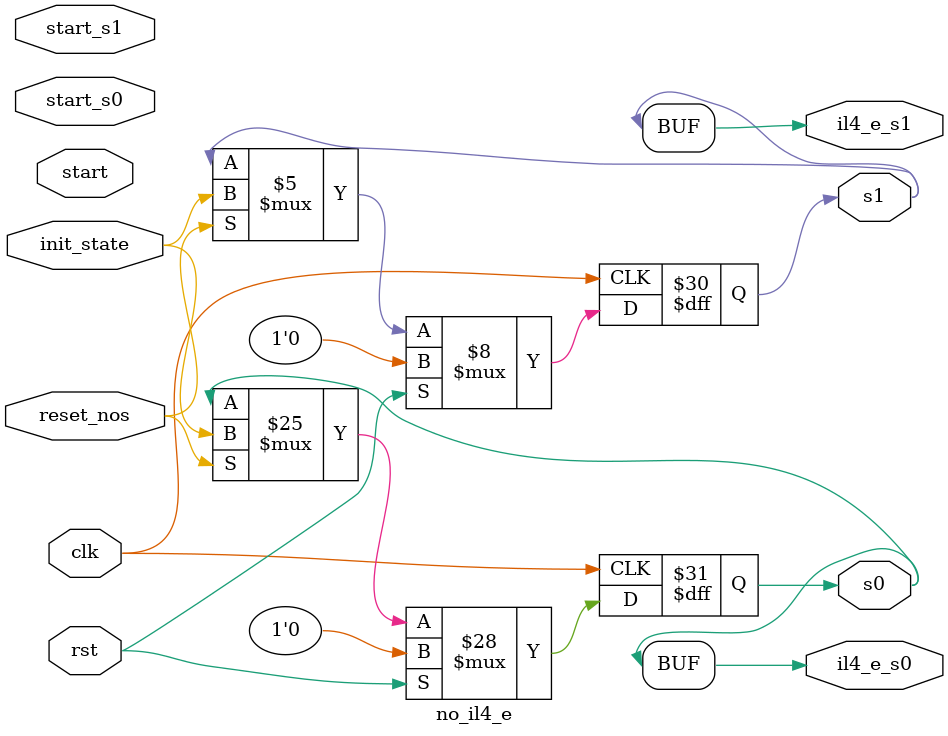
<source format=v>

module no_il4_e
(
  input clk,
  input start,
  input rst,
  input reset_nos,
  input start_s0,
  input start_s1,
  input init_state,
  output reg [1-1:0] s0,
  output reg [1-1:0] s1,
  output [1-1:0] il4_e_s0,
  output [1-1:0] il4_e_s1
);

  reg pass;

  always @(posedge clk) begin
    if(rst) begin
      s0 <= 1'd0;
      pass <= 1'b0;
    end else begin
      if(reset_nos) begin
        s0 <= init_state;
        pass <= 1;
      end else begin
        if(start_s0) begin
          if(pass) begin
            s0 <=  s0 ;
            pass <= 0;
          end else begin
            pass <= 1;
          end
        end 
      end
    end
  end


  always @(posedge clk) begin
    if(rst) begin
      s1 <= 1'd0;
    end else begin
      if(reset_nos) begin
        s1 <= init_state;
      end else begin
        if(start_s1) begin
          s1 <=  s1 ;
        end 
      end
    end
  end

  assign il4_e_s0 = s0;
  assign il4_e_s1 = s1;

endmodule

</source>
